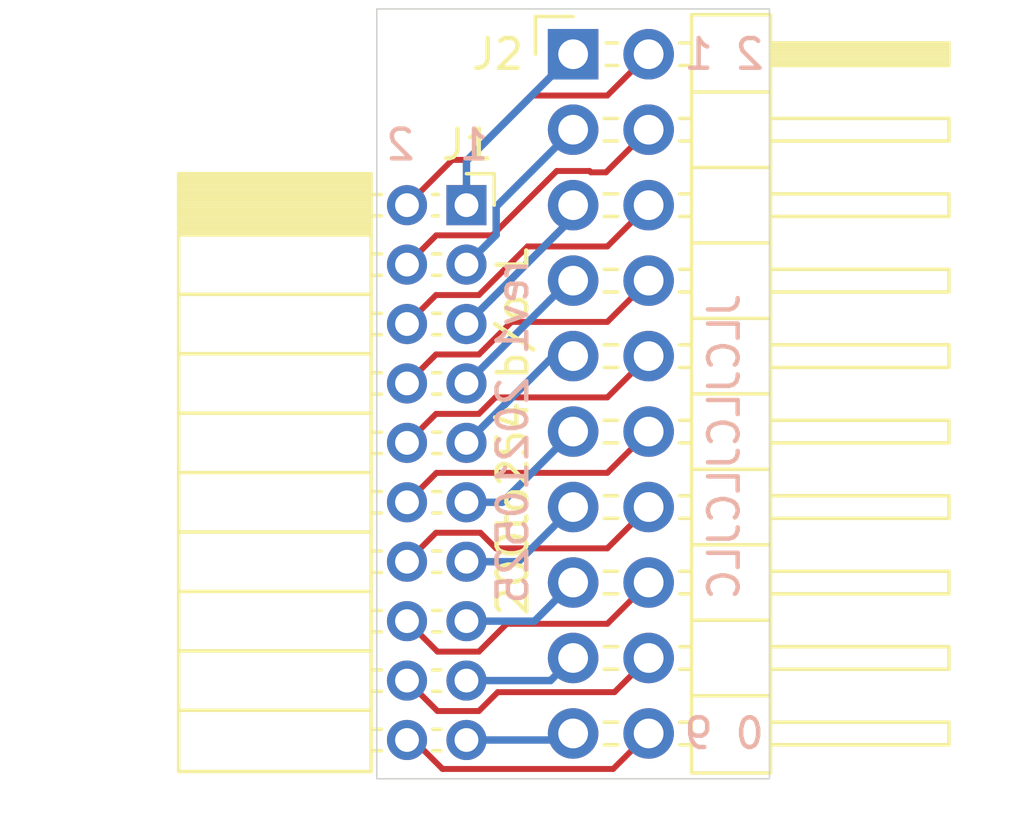
<source format=kicad_pcb>
(kicad_pcb (version 20171130) (host pcbnew 5.1.10)

  (general
    (thickness 1.6)
    (drawings 10)
    (tracks 70)
    (zones 0)
    (modules 2)
    (nets 19)
  )

  (page A4)
  (layers
    (0 F.Cu signal)
    (31 B.Cu signal)
    (32 B.Adhes user)
    (33 F.Adhes user)
    (34 B.Paste user)
    (35 F.Paste user)
    (36 B.SilkS user)
    (37 F.SilkS user)
    (38 B.Mask user)
    (39 F.Mask user)
    (40 Dwgs.User user)
    (41 Cmts.User user)
    (42 Eco1.User user)
    (43 Eco2.User user)
    (44 Edge.Cuts user)
    (45 Margin user)
    (46 B.CrtYd user)
    (47 F.CrtYd user)
    (48 B.Fab user)
    (49 F.Fab user)
  )

  (setup
    (last_trace_width 0.2)
    (trace_clearance 0.2)
    (zone_clearance 0.508)
    (zone_45_only no)
    (trace_min 0.2)
    (via_size 0.8)
    (via_drill 0.4)
    (via_min_size 0.4)
    (via_min_drill 0.3)
    (uvia_size 0.3)
    (uvia_drill 0.1)
    (uvias_allowed no)
    (uvia_min_size 0.2)
    (uvia_min_drill 0.1)
    (edge_width 0.05)
    (segment_width 0.2)
    (pcb_text_width 0.3)
    (pcb_text_size 1.5 1.5)
    (mod_edge_width 0.12)
    (mod_text_size 1 1)
    (mod_text_width 0.15)
    (pad_size 1.524 1.524)
    (pad_drill 0.762)
    (pad_to_mask_clearance 0)
    (aux_axis_origin 0 0)
    (visible_elements FFFFFF7F)
    (pcbplotparams
      (layerselection 0x010fc_ffffffff)
      (usegerberextensions false)
      (usegerberattributes true)
      (usegerberadvancedattributes true)
      (creategerberjobfile true)
      (excludeedgelayer true)
      (linewidth 0.100000)
      (plotframeref false)
      (viasonmask true)
      (mode 1)
      (useauxorigin false)
      (hpglpennumber 1)
      (hpglpenspeed 20)
      (hpglpendiameter 15.000000)
      (psnegative false)
      (psa4output false)
      (plotreference true)
      (plotvalue true)
      (plotinvisibletext false)
      (padsonsilk false)
      (subtractmaskfromsilk false)
      (outputformat 1)
      (mirror false)
      (drillshape 0)
      (scaleselection 1)
      (outputdirectory "gerber/"))
  )

  (net 0 "")
  (net 1 +12V)
  (net 2 GND)
  (net 3 /D5)
  (net 4 /D6)
  (net 5 /D7)
  (net 6 /D8)
  (net 7 /D9)
  (net 8 /D10)
  (net 9 /D11)
  (net 10 /D12)
  (net 11 /D13)
  (net 12 /D14)
  (net 13 /D15)
  (net 14 /D16)
  (net 15 /D17)
  (net 16 /D18)
  (net 17 /D19)
  (net 18 /D20)

  (net_class Default "This is the default net class."
    (clearance 0.2)
    (trace_width 0.2)
    (via_dia 0.8)
    (via_drill 0.4)
    (uvia_dia 0.3)
    (uvia_drill 0.1)
    (add_net +12V)
    (add_net /D10)
    (add_net /D11)
    (add_net /D12)
    (add_net /D13)
    (add_net /D14)
    (add_net /D15)
    (add_net /D16)
    (add_net /D17)
    (add_net /D18)
    (add_net /D19)
    (add_net /D20)
    (add_net /D5)
    (add_net /D6)
    (add_net /D7)
    (add_net /D8)
    (add_net /D9)
    (add_net GND)
  )

  (module Connector_PinHeader_2.54mm:PinHeader_2x10_P2.54mm_Horizontal (layer F.Cu) (tedit 59FED5CB) (tstamp 60AD4E78)
    (at 134.112 39.624)
    (descr "Through hole angled pin header, 2x10, 2.54mm pitch, 6mm pin length, double rows")
    (tags "Through hole angled pin header THT 2x10 2.54mm double row")
    (path /60ACF9F2)
    (fp_text reference J2 (at -2.54 0) (layer F.SilkS)
      (effects (font (size 1 1) (thickness 0.15)))
    )
    (fp_text value Conn_02x10_Odd_Even (at 6.604 25.4) (layer F.Fab)
      (effects (font (size 1 1) (thickness 0.15)))
    )
    (fp_line (start 4.675 -1.27) (end 6.58 -1.27) (layer F.Fab) (width 0.1))
    (fp_line (start 6.58 -1.27) (end 6.58 24.13) (layer F.Fab) (width 0.1))
    (fp_line (start 6.58 24.13) (end 4.04 24.13) (layer F.Fab) (width 0.1))
    (fp_line (start 4.04 24.13) (end 4.04 -0.635) (layer F.Fab) (width 0.1))
    (fp_line (start 4.04 -0.635) (end 4.675 -1.27) (layer F.Fab) (width 0.1))
    (fp_line (start -0.32 -0.32) (end 4.04 -0.32) (layer F.Fab) (width 0.1))
    (fp_line (start -0.32 -0.32) (end -0.32 0.32) (layer F.Fab) (width 0.1))
    (fp_line (start -0.32 0.32) (end 4.04 0.32) (layer F.Fab) (width 0.1))
    (fp_line (start 6.58 -0.32) (end 12.58 -0.32) (layer F.Fab) (width 0.1))
    (fp_line (start 12.58 -0.32) (end 12.58 0.32) (layer F.Fab) (width 0.1))
    (fp_line (start 6.58 0.32) (end 12.58 0.32) (layer F.Fab) (width 0.1))
    (fp_line (start -0.32 2.22) (end 4.04 2.22) (layer F.Fab) (width 0.1))
    (fp_line (start -0.32 2.22) (end -0.32 2.86) (layer F.Fab) (width 0.1))
    (fp_line (start -0.32 2.86) (end 4.04 2.86) (layer F.Fab) (width 0.1))
    (fp_line (start 6.58 2.22) (end 12.58 2.22) (layer F.Fab) (width 0.1))
    (fp_line (start 12.58 2.22) (end 12.58 2.86) (layer F.Fab) (width 0.1))
    (fp_line (start 6.58 2.86) (end 12.58 2.86) (layer F.Fab) (width 0.1))
    (fp_line (start -0.32 4.76) (end 4.04 4.76) (layer F.Fab) (width 0.1))
    (fp_line (start -0.32 4.76) (end -0.32 5.4) (layer F.Fab) (width 0.1))
    (fp_line (start -0.32 5.4) (end 4.04 5.4) (layer F.Fab) (width 0.1))
    (fp_line (start 6.58 4.76) (end 12.58 4.76) (layer F.Fab) (width 0.1))
    (fp_line (start 12.58 4.76) (end 12.58 5.4) (layer F.Fab) (width 0.1))
    (fp_line (start 6.58 5.4) (end 12.58 5.4) (layer F.Fab) (width 0.1))
    (fp_line (start -0.32 7.3) (end 4.04 7.3) (layer F.Fab) (width 0.1))
    (fp_line (start -0.32 7.3) (end -0.32 7.94) (layer F.Fab) (width 0.1))
    (fp_line (start -0.32 7.94) (end 4.04 7.94) (layer F.Fab) (width 0.1))
    (fp_line (start 6.58 7.3) (end 12.58 7.3) (layer F.Fab) (width 0.1))
    (fp_line (start 12.58 7.3) (end 12.58 7.94) (layer F.Fab) (width 0.1))
    (fp_line (start 6.58 7.94) (end 12.58 7.94) (layer F.Fab) (width 0.1))
    (fp_line (start -0.32 9.84) (end 4.04 9.84) (layer F.Fab) (width 0.1))
    (fp_line (start -0.32 9.84) (end -0.32 10.48) (layer F.Fab) (width 0.1))
    (fp_line (start -0.32 10.48) (end 4.04 10.48) (layer F.Fab) (width 0.1))
    (fp_line (start 6.58 9.84) (end 12.58 9.84) (layer F.Fab) (width 0.1))
    (fp_line (start 12.58 9.84) (end 12.58 10.48) (layer F.Fab) (width 0.1))
    (fp_line (start 6.58 10.48) (end 12.58 10.48) (layer F.Fab) (width 0.1))
    (fp_line (start -0.32 12.38) (end 4.04 12.38) (layer F.Fab) (width 0.1))
    (fp_line (start -0.32 12.38) (end -0.32 13.02) (layer F.Fab) (width 0.1))
    (fp_line (start -0.32 13.02) (end 4.04 13.02) (layer F.Fab) (width 0.1))
    (fp_line (start 6.58 12.38) (end 12.58 12.38) (layer F.Fab) (width 0.1))
    (fp_line (start 12.58 12.38) (end 12.58 13.02) (layer F.Fab) (width 0.1))
    (fp_line (start 6.58 13.02) (end 12.58 13.02) (layer F.Fab) (width 0.1))
    (fp_line (start -0.32 14.92) (end 4.04 14.92) (layer F.Fab) (width 0.1))
    (fp_line (start -0.32 14.92) (end -0.32 15.56) (layer F.Fab) (width 0.1))
    (fp_line (start -0.32 15.56) (end 4.04 15.56) (layer F.Fab) (width 0.1))
    (fp_line (start 6.58 14.92) (end 12.58 14.92) (layer F.Fab) (width 0.1))
    (fp_line (start 12.58 14.92) (end 12.58 15.56) (layer F.Fab) (width 0.1))
    (fp_line (start 6.58 15.56) (end 12.58 15.56) (layer F.Fab) (width 0.1))
    (fp_line (start -0.32 17.46) (end 4.04 17.46) (layer F.Fab) (width 0.1))
    (fp_line (start -0.32 17.46) (end -0.32 18.1) (layer F.Fab) (width 0.1))
    (fp_line (start -0.32 18.1) (end 4.04 18.1) (layer F.Fab) (width 0.1))
    (fp_line (start 6.58 17.46) (end 12.58 17.46) (layer F.Fab) (width 0.1))
    (fp_line (start 12.58 17.46) (end 12.58 18.1) (layer F.Fab) (width 0.1))
    (fp_line (start 6.58 18.1) (end 12.58 18.1) (layer F.Fab) (width 0.1))
    (fp_line (start -0.32 20) (end 4.04 20) (layer F.Fab) (width 0.1))
    (fp_line (start -0.32 20) (end -0.32 20.64) (layer F.Fab) (width 0.1))
    (fp_line (start -0.32 20.64) (end 4.04 20.64) (layer F.Fab) (width 0.1))
    (fp_line (start 6.58 20) (end 12.58 20) (layer F.Fab) (width 0.1))
    (fp_line (start 12.58 20) (end 12.58 20.64) (layer F.Fab) (width 0.1))
    (fp_line (start 6.58 20.64) (end 12.58 20.64) (layer F.Fab) (width 0.1))
    (fp_line (start -0.32 22.54) (end 4.04 22.54) (layer F.Fab) (width 0.1))
    (fp_line (start -0.32 22.54) (end -0.32 23.18) (layer F.Fab) (width 0.1))
    (fp_line (start -0.32 23.18) (end 4.04 23.18) (layer F.Fab) (width 0.1))
    (fp_line (start 6.58 22.54) (end 12.58 22.54) (layer F.Fab) (width 0.1))
    (fp_line (start 12.58 22.54) (end 12.58 23.18) (layer F.Fab) (width 0.1))
    (fp_line (start 6.58 23.18) (end 12.58 23.18) (layer F.Fab) (width 0.1))
    (fp_line (start 3.98 -1.33) (end 3.98 24.19) (layer F.SilkS) (width 0.12))
    (fp_line (start 3.98 24.19) (end 6.64 24.19) (layer F.SilkS) (width 0.12))
    (fp_line (start 6.64 24.19) (end 6.64 -1.33) (layer F.SilkS) (width 0.12))
    (fp_line (start 6.64 -1.33) (end 3.98 -1.33) (layer F.SilkS) (width 0.12))
    (fp_line (start 6.64 -0.38) (end 12.64 -0.38) (layer F.SilkS) (width 0.12))
    (fp_line (start 12.64 -0.38) (end 12.64 0.38) (layer F.SilkS) (width 0.12))
    (fp_line (start 12.64 0.38) (end 6.64 0.38) (layer F.SilkS) (width 0.12))
    (fp_line (start 6.64 -0.32) (end 12.64 -0.32) (layer F.SilkS) (width 0.12))
    (fp_line (start 6.64 -0.2) (end 12.64 -0.2) (layer F.SilkS) (width 0.12))
    (fp_line (start 6.64 -0.08) (end 12.64 -0.08) (layer F.SilkS) (width 0.12))
    (fp_line (start 6.64 0.04) (end 12.64 0.04) (layer F.SilkS) (width 0.12))
    (fp_line (start 6.64 0.16) (end 12.64 0.16) (layer F.SilkS) (width 0.12))
    (fp_line (start 6.64 0.28) (end 12.64 0.28) (layer F.SilkS) (width 0.12))
    (fp_line (start 3.582929 -0.38) (end 3.98 -0.38) (layer F.SilkS) (width 0.12))
    (fp_line (start 3.582929 0.38) (end 3.98 0.38) (layer F.SilkS) (width 0.12))
    (fp_line (start 1.11 -0.38) (end 1.497071 -0.38) (layer F.SilkS) (width 0.12))
    (fp_line (start 1.11 0.38) (end 1.497071 0.38) (layer F.SilkS) (width 0.12))
    (fp_line (start 3.98 1.27) (end 6.64 1.27) (layer F.SilkS) (width 0.12))
    (fp_line (start 6.64 2.16) (end 12.64 2.16) (layer F.SilkS) (width 0.12))
    (fp_line (start 12.64 2.16) (end 12.64 2.92) (layer F.SilkS) (width 0.12))
    (fp_line (start 12.64 2.92) (end 6.64 2.92) (layer F.SilkS) (width 0.12))
    (fp_line (start 3.582929 2.16) (end 3.98 2.16) (layer F.SilkS) (width 0.12))
    (fp_line (start 3.582929 2.92) (end 3.98 2.92) (layer F.SilkS) (width 0.12))
    (fp_line (start 1.042929 2.16) (end 1.497071 2.16) (layer F.SilkS) (width 0.12))
    (fp_line (start 1.042929 2.92) (end 1.497071 2.92) (layer F.SilkS) (width 0.12))
    (fp_line (start 3.98 3.81) (end 6.64 3.81) (layer F.SilkS) (width 0.12))
    (fp_line (start 6.64 4.7) (end 12.64 4.7) (layer F.SilkS) (width 0.12))
    (fp_line (start 12.64 4.7) (end 12.64 5.46) (layer F.SilkS) (width 0.12))
    (fp_line (start 12.64 5.46) (end 6.64 5.46) (layer F.SilkS) (width 0.12))
    (fp_line (start 3.582929 4.7) (end 3.98 4.7) (layer F.SilkS) (width 0.12))
    (fp_line (start 3.582929 5.46) (end 3.98 5.46) (layer F.SilkS) (width 0.12))
    (fp_line (start 1.042929 4.7) (end 1.497071 4.7) (layer F.SilkS) (width 0.12))
    (fp_line (start 1.042929 5.46) (end 1.497071 5.46) (layer F.SilkS) (width 0.12))
    (fp_line (start 3.98 6.35) (end 6.64 6.35) (layer F.SilkS) (width 0.12))
    (fp_line (start 6.64 7.24) (end 12.64 7.24) (layer F.SilkS) (width 0.12))
    (fp_line (start 12.64 7.24) (end 12.64 8) (layer F.SilkS) (width 0.12))
    (fp_line (start 12.64 8) (end 6.64 8) (layer F.SilkS) (width 0.12))
    (fp_line (start 3.582929 7.24) (end 3.98 7.24) (layer F.SilkS) (width 0.12))
    (fp_line (start 3.582929 8) (end 3.98 8) (layer F.SilkS) (width 0.12))
    (fp_line (start 1.042929 7.24) (end 1.497071 7.24) (layer F.SilkS) (width 0.12))
    (fp_line (start 1.042929 8) (end 1.497071 8) (layer F.SilkS) (width 0.12))
    (fp_line (start 3.98 8.89) (end 6.64 8.89) (layer F.SilkS) (width 0.12))
    (fp_line (start 6.64 9.78) (end 12.64 9.78) (layer F.SilkS) (width 0.12))
    (fp_line (start 12.64 9.78) (end 12.64 10.54) (layer F.SilkS) (width 0.12))
    (fp_line (start 12.64 10.54) (end 6.64 10.54) (layer F.SilkS) (width 0.12))
    (fp_line (start 3.582929 9.78) (end 3.98 9.78) (layer F.SilkS) (width 0.12))
    (fp_line (start 3.582929 10.54) (end 3.98 10.54) (layer F.SilkS) (width 0.12))
    (fp_line (start 1.042929 9.78) (end 1.497071 9.78) (layer F.SilkS) (width 0.12))
    (fp_line (start 1.042929 10.54) (end 1.497071 10.54) (layer F.SilkS) (width 0.12))
    (fp_line (start 3.98 11.43) (end 6.64 11.43) (layer F.SilkS) (width 0.12))
    (fp_line (start 6.64 12.32) (end 12.64 12.32) (layer F.SilkS) (width 0.12))
    (fp_line (start 12.64 12.32) (end 12.64 13.08) (layer F.SilkS) (width 0.12))
    (fp_line (start 12.64 13.08) (end 6.64 13.08) (layer F.SilkS) (width 0.12))
    (fp_line (start 3.582929 12.32) (end 3.98 12.32) (layer F.SilkS) (width 0.12))
    (fp_line (start 3.582929 13.08) (end 3.98 13.08) (layer F.SilkS) (width 0.12))
    (fp_line (start 1.042929 12.32) (end 1.497071 12.32) (layer F.SilkS) (width 0.12))
    (fp_line (start 1.042929 13.08) (end 1.497071 13.08) (layer F.SilkS) (width 0.12))
    (fp_line (start 3.98 13.97) (end 6.64 13.97) (layer F.SilkS) (width 0.12))
    (fp_line (start 6.64 14.86) (end 12.64 14.86) (layer F.SilkS) (width 0.12))
    (fp_line (start 12.64 14.86) (end 12.64 15.62) (layer F.SilkS) (width 0.12))
    (fp_line (start 12.64 15.62) (end 6.64 15.62) (layer F.SilkS) (width 0.12))
    (fp_line (start 3.582929 14.86) (end 3.98 14.86) (layer F.SilkS) (width 0.12))
    (fp_line (start 3.582929 15.62) (end 3.98 15.62) (layer F.SilkS) (width 0.12))
    (fp_line (start 1.042929 14.86) (end 1.497071 14.86) (layer F.SilkS) (width 0.12))
    (fp_line (start 1.042929 15.62) (end 1.497071 15.62) (layer F.SilkS) (width 0.12))
    (fp_line (start 3.98 16.51) (end 6.64 16.51) (layer F.SilkS) (width 0.12))
    (fp_line (start 6.64 17.4) (end 12.64 17.4) (layer F.SilkS) (width 0.12))
    (fp_line (start 12.64 17.4) (end 12.64 18.16) (layer F.SilkS) (width 0.12))
    (fp_line (start 12.64 18.16) (end 6.64 18.16) (layer F.SilkS) (width 0.12))
    (fp_line (start 3.582929 17.4) (end 3.98 17.4) (layer F.SilkS) (width 0.12))
    (fp_line (start 3.582929 18.16) (end 3.98 18.16) (layer F.SilkS) (width 0.12))
    (fp_line (start 1.042929 17.4) (end 1.497071 17.4) (layer F.SilkS) (width 0.12))
    (fp_line (start 1.042929 18.16) (end 1.497071 18.16) (layer F.SilkS) (width 0.12))
    (fp_line (start 3.98 19.05) (end 6.64 19.05) (layer F.SilkS) (width 0.12))
    (fp_line (start 6.64 19.94) (end 12.64 19.94) (layer F.SilkS) (width 0.12))
    (fp_line (start 12.64 19.94) (end 12.64 20.7) (layer F.SilkS) (width 0.12))
    (fp_line (start 12.64 20.7) (end 6.64 20.7) (layer F.SilkS) (width 0.12))
    (fp_line (start 3.582929 19.94) (end 3.98 19.94) (layer F.SilkS) (width 0.12))
    (fp_line (start 3.582929 20.7) (end 3.98 20.7) (layer F.SilkS) (width 0.12))
    (fp_line (start 1.042929 19.94) (end 1.497071 19.94) (layer F.SilkS) (width 0.12))
    (fp_line (start 1.042929 20.7) (end 1.497071 20.7) (layer F.SilkS) (width 0.12))
    (fp_line (start 3.98 21.59) (end 6.64 21.59) (layer F.SilkS) (width 0.12))
    (fp_line (start 6.64 22.48) (end 12.64 22.48) (layer F.SilkS) (width 0.12))
    (fp_line (start 12.64 22.48) (end 12.64 23.24) (layer F.SilkS) (width 0.12))
    (fp_line (start 12.64 23.24) (end 6.64 23.24) (layer F.SilkS) (width 0.12))
    (fp_line (start 3.582929 22.48) (end 3.98 22.48) (layer F.SilkS) (width 0.12))
    (fp_line (start 3.582929 23.24) (end 3.98 23.24) (layer F.SilkS) (width 0.12))
    (fp_line (start 1.042929 22.48) (end 1.497071 22.48) (layer F.SilkS) (width 0.12))
    (fp_line (start 1.042929 23.24) (end 1.497071 23.24) (layer F.SilkS) (width 0.12))
    (fp_line (start -1.27 0) (end -1.27 -1.27) (layer F.SilkS) (width 0.12))
    (fp_line (start -1.27 -1.27) (end 0 -1.27) (layer F.SilkS) (width 0.12))
    (fp_line (start -1.8 -1.8) (end -1.8 24.65) (layer F.CrtYd) (width 0.05))
    (fp_line (start -1.8 24.65) (end 13.1 24.65) (layer F.CrtYd) (width 0.05))
    (fp_line (start 13.1 24.65) (end 13.1 -1.8) (layer F.CrtYd) (width 0.05))
    (fp_line (start 13.1 -1.8) (end -1.8 -1.8) (layer F.CrtYd) (width 0.05))
    (fp_text user %R (at 5.08 11.176 90) (layer F.Fab)
      (effects (font (size 1 1) (thickness 0.15)))
    )
    (pad 1 thru_hole rect (at 0 0) (size 1.7 1.7) (drill 1) (layers *.Cu *.Mask)
      (net 1 +12V))
    (pad 2 thru_hole oval (at 2.54 0) (size 1.7 1.7) (drill 1) (layers *.Cu *.Mask)
      (net 1 +12V))
    (pad 3 thru_hole oval (at 0 2.54) (size 1.7 1.7) (drill 1) (layers *.Cu *.Mask)
      (net 2 GND))
    (pad 4 thru_hole oval (at 2.54 2.54) (size 1.7 1.7) (drill 1) (layers *.Cu *.Mask)
      (net 2 GND))
    (pad 5 thru_hole oval (at 0 5.08) (size 1.7 1.7) (drill 1) (layers *.Cu *.Mask)
      (net 3 /D5))
    (pad 6 thru_hole oval (at 2.54 5.08) (size 1.7 1.7) (drill 1) (layers *.Cu *.Mask)
      (net 4 /D6))
    (pad 7 thru_hole oval (at 0 7.62) (size 1.7 1.7) (drill 1) (layers *.Cu *.Mask)
      (net 5 /D7))
    (pad 8 thru_hole oval (at 2.54 7.62) (size 1.7 1.7) (drill 1) (layers *.Cu *.Mask)
      (net 6 /D8))
    (pad 9 thru_hole oval (at 0 10.16) (size 1.7 1.7) (drill 1) (layers *.Cu *.Mask)
      (net 7 /D9))
    (pad 10 thru_hole oval (at 2.54 10.16) (size 1.7 1.7) (drill 1) (layers *.Cu *.Mask)
      (net 8 /D10))
    (pad 11 thru_hole oval (at 0 12.7) (size 1.7 1.7) (drill 1) (layers *.Cu *.Mask)
      (net 9 /D11))
    (pad 12 thru_hole oval (at 2.54 12.7) (size 1.7 1.7) (drill 1) (layers *.Cu *.Mask)
      (net 10 /D12))
    (pad 13 thru_hole oval (at 0 15.24) (size 1.7 1.7) (drill 1) (layers *.Cu *.Mask)
      (net 11 /D13))
    (pad 14 thru_hole oval (at 2.54 15.24) (size 1.7 1.7) (drill 1) (layers *.Cu *.Mask)
      (net 12 /D14))
    (pad 15 thru_hole oval (at 0 17.78) (size 1.7 1.7) (drill 1) (layers *.Cu *.Mask)
      (net 13 /D15))
    (pad 16 thru_hole oval (at 2.54 17.78) (size 1.7 1.7) (drill 1) (layers *.Cu *.Mask)
      (net 14 /D16))
    (pad 17 thru_hole oval (at 0 20.32) (size 1.7 1.7) (drill 1) (layers *.Cu *.Mask)
      (net 15 /D17))
    (pad 18 thru_hole oval (at 2.54 20.32) (size 1.7 1.7) (drill 1) (layers *.Cu *.Mask)
      (net 16 /D18))
    (pad 19 thru_hole oval (at 0 22.86) (size 1.7 1.7) (drill 1) (layers *.Cu *.Mask)
      (net 17 /D19))
    (pad 20 thru_hole oval (at 2.54 22.86) (size 1.7 1.7) (drill 1) (layers *.Cu *.Mask)
      (net 18 /D20))
    (model ${KISYS3DMOD}/Connector_PinHeader_2.54mm.3dshapes/PinHeader_2x10_P2.54mm_Horizontal.wrl
      (at (xyz 0 0 0))
      (scale (xyz 1 1 1))
      (rotate (xyz 0 0 0))
    )
  )

  (module Connector_PinSocket_2.00mm:PinSocket_2x10_P2.00mm_Horizontal (layer F.Cu) (tedit 5A19A421) (tstamp 60AD4DC3)
    (at 130.524 44.704)
    (descr "Through hole angled socket strip, 2x10, 2.00mm pitch, 6.35mm socket length, double cols (from Kicad 4.0.7), script generated")
    (tags "Through hole angled socket strip THT 2x10 2.00mm double row")
    (path /60ACE88E)
    (fp_text reference J1 (at 0.032 -2.032) (layer F.SilkS)
      (effects (font (size 1 1) (thickness 0.15)))
    )
    (fp_text value Conn_02x10_Odd_Even (at -7.112 20.32) (layer F.Fab)
      (effects (font (size 1 1) (thickness 0.15)))
    )
    (fp_line (start -9.62 -1) (end -3.97 -1) (layer F.Fab) (width 0.1))
    (fp_line (start -3.97 -1) (end -3.27 -0.3) (layer F.Fab) (width 0.1))
    (fp_line (start -3.27 -0.3) (end -3.27 19) (layer F.Fab) (width 0.1))
    (fp_line (start -3.27 19) (end -9.62 19) (layer F.Fab) (width 0.1))
    (fp_line (start -9.62 19) (end -9.62 -1) (layer F.Fab) (width 0.1))
    (fp_line (start 0 -0.3) (end -3.27 -0.3) (layer F.Fab) (width 0.1))
    (fp_line (start -3.27 0.3) (end 0 0.3) (layer F.Fab) (width 0.1))
    (fp_line (start 0 0.3) (end 0 -0.3) (layer F.Fab) (width 0.1))
    (fp_line (start 0 1.7) (end -3.27 1.7) (layer F.Fab) (width 0.1))
    (fp_line (start -3.27 2.3) (end 0 2.3) (layer F.Fab) (width 0.1))
    (fp_line (start 0 2.3) (end 0 1.7) (layer F.Fab) (width 0.1))
    (fp_line (start 0 3.7) (end -3.27 3.7) (layer F.Fab) (width 0.1))
    (fp_line (start -3.27 4.3) (end 0 4.3) (layer F.Fab) (width 0.1))
    (fp_line (start 0 4.3) (end 0 3.7) (layer F.Fab) (width 0.1))
    (fp_line (start 0 5.7) (end -3.27 5.7) (layer F.Fab) (width 0.1))
    (fp_line (start -3.27 6.3) (end 0 6.3) (layer F.Fab) (width 0.1))
    (fp_line (start 0 6.3) (end 0 5.7) (layer F.Fab) (width 0.1))
    (fp_line (start 0 7.7) (end -3.27 7.7) (layer F.Fab) (width 0.1))
    (fp_line (start -3.27 8.3) (end 0 8.3) (layer F.Fab) (width 0.1))
    (fp_line (start 0 8.3) (end 0 7.7) (layer F.Fab) (width 0.1))
    (fp_line (start 0 9.7) (end -3.27 9.7) (layer F.Fab) (width 0.1))
    (fp_line (start -3.27 10.3) (end 0 10.3) (layer F.Fab) (width 0.1))
    (fp_line (start 0 10.3) (end 0 9.7) (layer F.Fab) (width 0.1))
    (fp_line (start 0 11.7) (end -3.27 11.7) (layer F.Fab) (width 0.1))
    (fp_line (start -3.27 12.3) (end 0 12.3) (layer F.Fab) (width 0.1))
    (fp_line (start 0 12.3) (end 0 11.7) (layer F.Fab) (width 0.1))
    (fp_line (start 0 13.7) (end -3.27 13.7) (layer F.Fab) (width 0.1))
    (fp_line (start -3.27 14.3) (end 0 14.3) (layer F.Fab) (width 0.1))
    (fp_line (start 0 14.3) (end 0 13.7) (layer F.Fab) (width 0.1))
    (fp_line (start 0 15.7) (end -3.27 15.7) (layer F.Fab) (width 0.1))
    (fp_line (start -3.27 16.3) (end 0 16.3) (layer F.Fab) (width 0.1))
    (fp_line (start 0 16.3) (end 0 15.7) (layer F.Fab) (width 0.1))
    (fp_line (start 0 17.7) (end -3.27 17.7) (layer F.Fab) (width 0.1))
    (fp_line (start -3.27 18.3) (end 0 18.3) (layer F.Fab) (width 0.1))
    (fp_line (start 0 18.3) (end 0 17.7) (layer F.Fab) (width 0.1))
    (fp_line (start -9.68 -0.94) (end -3.21 -0.94) (layer F.SilkS) (width 0.12))
    (fp_line (start -9.68 -0.825882) (end -3.21 -0.825882) (layer F.SilkS) (width 0.12))
    (fp_line (start -9.68 -0.711764) (end -3.21 -0.711764) (layer F.SilkS) (width 0.12))
    (fp_line (start -9.68 -0.597646) (end -3.21 -0.597646) (layer F.SilkS) (width 0.12))
    (fp_line (start -9.68 -0.483528) (end -3.21 -0.483528) (layer F.SilkS) (width 0.12))
    (fp_line (start -9.68 -0.36941) (end -3.21 -0.36941) (layer F.SilkS) (width 0.12))
    (fp_line (start -9.68 -0.255292) (end -3.21 -0.255292) (layer F.SilkS) (width 0.12))
    (fp_line (start -9.68 -0.141174) (end -3.21 -0.141174) (layer F.SilkS) (width 0.12))
    (fp_line (start -9.68 -0.027056) (end -3.21 -0.027056) (layer F.SilkS) (width 0.12))
    (fp_line (start -9.68 0.087062) (end -3.21 0.087062) (layer F.SilkS) (width 0.12))
    (fp_line (start -9.68 0.20118) (end -3.21 0.20118) (layer F.SilkS) (width 0.12))
    (fp_line (start -9.68 0.315298) (end -3.21 0.315298) (layer F.SilkS) (width 0.12))
    (fp_line (start -9.68 0.429416) (end -3.21 0.429416) (layer F.SilkS) (width 0.12))
    (fp_line (start -9.68 0.543534) (end -3.21 0.543534) (layer F.SilkS) (width 0.12))
    (fp_line (start -9.68 0.657652) (end -3.21 0.657652) (layer F.SilkS) (width 0.12))
    (fp_line (start -9.68 0.77177) (end -3.21 0.77177) (layer F.SilkS) (width 0.12))
    (fp_line (start -9.68 0.885888) (end -3.21 0.885888) (layer F.SilkS) (width 0.12))
    (fp_line (start -3.21 -0.36) (end -2.862917 -0.36) (layer F.SilkS) (width 0.12))
    (fp_line (start -1.137083 -0.36) (end -0.935 -0.36) (layer F.SilkS) (width 0.12))
    (fp_line (start -3.21 0.36) (end -2.862917 0.36) (layer F.SilkS) (width 0.12))
    (fp_line (start -1.137083 0.36) (end -0.935 0.36) (layer F.SilkS) (width 0.12))
    (fp_line (start -3.21 1.64) (end -2.862917 1.64) (layer F.SilkS) (width 0.12))
    (fp_line (start -1.137083 1.64) (end -0.862917 1.64) (layer F.SilkS) (width 0.12))
    (fp_line (start -3.21 2.36) (end -2.862917 2.36) (layer F.SilkS) (width 0.12))
    (fp_line (start -1.137083 2.36) (end -0.862917 2.36) (layer F.SilkS) (width 0.12))
    (fp_line (start -3.21 3.64) (end -2.862917 3.64) (layer F.SilkS) (width 0.12))
    (fp_line (start -1.137083 3.64) (end -0.862917 3.64) (layer F.SilkS) (width 0.12))
    (fp_line (start -3.21 4.36) (end -2.862917 4.36) (layer F.SilkS) (width 0.12))
    (fp_line (start -1.137083 4.36) (end -0.862917 4.36) (layer F.SilkS) (width 0.12))
    (fp_line (start -3.21 5.64) (end -2.862917 5.64) (layer F.SilkS) (width 0.12))
    (fp_line (start -1.137083 5.64) (end -0.862917 5.64) (layer F.SilkS) (width 0.12))
    (fp_line (start -3.21 6.36) (end -2.862917 6.36) (layer F.SilkS) (width 0.12))
    (fp_line (start -1.137083 6.36) (end -0.862917 6.36) (layer F.SilkS) (width 0.12))
    (fp_line (start -3.21 7.64) (end -2.862917 7.64) (layer F.SilkS) (width 0.12))
    (fp_line (start -1.137083 7.64) (end -0.862917 7.64) (layer F.SilkS) (width 0.12))
    (fp_line (start -3.21 8.36) (end -2.862917 8.36) (layer F.SilkS) (width 0.12))
    (fp_line (start -1.137083 8.36) (end -0.862917 8.36) (layer F.SilkS) (width 0.12))
    (fp_line (start -3.21 9.64) (end -2.862917 9.64) (layer F.SilkS) (width 0.12))
    (fp_line (start -1.137083 9.64) (end -0.862917 9.64) (layer F.SilkS) (width 0.12))
    (fp_line (start -3.21 10.36) (end -2.862917 10.36) (layer F.SilkS) (width 0.12))
    (fp_line (start -1.137083 10.36) (end -0.862917 10.36) (layer F.SilkS) (width 0.12))
    (fp_line (start -3.21 11.64) (end -2.862917 11.64) (layer F.SilkS) (width 0.12))
    (fp_line (start -1.137083 11.64) (end -0.862917 11.64) (layer F.SilkS) (width 0.12))
    (fp_line (start -3.21 12.36) (end -2.862917 12.36) (layer F.SilkS) (width 0.12))
    (fp_line (start -1.137083 12.36) (end -0.862917 12.36) (layer F.SilkS) (width 0.12))
    (fp_line (start -3.21 13.64) (end -2.862917 13.64) (layer F.SilkS) (width 0.12))
    (fp_line (start -1.137083 13.64) (end -0.862917 13.64) (layer F.SilkS) (width 0.12))
    (fp_line (start -3.21 14.36) (end -2.862917 14.36) (layer F.SilkS) (width 0.12))
    (fp_line (start -1.137083 14.36) (end -0.862917 14.36) (layer F.SilkS) (width 0.12))
    (fp_line (start -3.21 15.64) (end -2.862917 15.64) (layer F.SilkS) (width 0.12))
    (fp_line (start -1.137083 15.64) (end -0.862917 15.64) (layer F.SilkS) (width 0.12))
    (fp_line (start -3.21 16.36) (end -2.862917 16.36) (layer F.SilkS) (width 0.12))
    (fp_line (start -1.137083 16.36) (end -0.862917 16.36) (layer F.SilkS) (width 0.12))
    (fp_line (start -3.21 17.64) (end -2.862917 17.64) (layer F.SilkS) (width 0.12))
    (fp_line (start -1.137083 17.64) (end -0.862917 17.64) (layer F.SilkS) (width 0.12))
    (fp_line (start -3.21 18.36) (end -2.862917 18.36) (layer F.SilkS) (width 0.12))
    (fp_line (start -1.137083 18.36) (end -0.862917 18.36) (layer F.SilkS) (width 0.12))
    (fp_line (start -9.68 1) (end -3.21 1) (layer F.SilkS) (width 0.12))
    (fp_line (start -9.68 3) (end -3.21 3) (layer F.SilkS) (width 0.12))
    (fp_line (start -9.68 5) (end -3.21 5) (layer F.SilkS) (width 0.12))
    (fp_line (start -9.68 7) (end -3.21 7) (layer F.SilkS) (width 0.12))
    (fp_line (start -9.68 9) (end -3.21 9) (layer F.SilkS) (width 0.12))
    (fp_line (start -9.68 11) (end -3.21 11) (layer F.SilkS) (width 0.12))
    (fp_line (start -9.68 13) (end -3.21 13) (layer F.SilkS) (width 0.12))
    (fp_line (start -9.68 15) (end -3.21 15) (layer F.SilkS) (width 0.12))
    (fp_line (start -9.68 17) (end -3.21 17) (layer F.SilkS) (width 0.12))
    (fp_line (start -9.68 -1.06) (end -3.21 -1.06) (layer F.SilkS) (width 0.12))
    (fp_line (start -3.21 -1.06) (end -3.21 19.06) (layer F.SilkS) (width 0.12))
    (fp_line (start -9.68 19.06) (end -3.21 19.06) (layer F.SilkS) (width 0.12))
    (fp_line (start -9.68 -1.06) (end -9.68 19.06) (layer F.SilkS) (width 0.12))
    (fp_line (start 0.935 -1.06) (end 0.935 0) (layer F.SilkS) (width 0.12))
    (fp_line (start 0 -1.06) (end 0.935 -1.06) (layer F.SilkS) (width 0.12))
    (fp_line (start 1.5 -1.5) (end -10.15 -1.5) (layer F.CrtYd) (width 0.05))
    (fp_line (start -10.15 -1.5) (end -10.15 19.5) (layer F.CrtYd) (width 0.05))
    (fp_line (start -10.15 19.5) (end 1.5 19.5) (layer F.CrtYd) (width 0.05))
    (fp_line (start 1.5 19.5) (end 1.5 -1.5) (layer F.CrtYd) (width 0.05))
    (fp_text user %R (at 0.032 9.144 90) (layer F.Fab)
      (effects (font (size 1 1) (thickness 0.15)))
    )
    (pad 1 thru_hole rect (at 0 0) (size 1.35 1.35) (drill 0.8) (layers *.Cu *.Mask)
      (net 1 +12V))
    (pad 2 thru_hole oval (at -2 0) (size 1.35 1.35) (drill 0.8) (layers *.Cu *.Mask)
      (net 1 +12V))
    (pad 3 thru_hole oval (at 0 2) (size 1.35 1.35) (drill 0.8) (layers *.Cu *.Mask)
      (net 2 GND))
    (pad 4 thru_hole oval (at -2 2) (size 1.35 1.35) (drill 0.8) (layers *.Cu *.Mask)
      (net 2 GND))
    (pad 5 thru_hole oval (at 0 4) (size 1.35 1.35) (drill 0.8) (layers *.Cu *.Mask)
      (net 3 /D5))
    (pad 6 thru_hole oval (at -2 4) (size 1.35 1.35) (drill 0.8) (layers *.Cu *.Mask)
      (net 4 /D6))
    (pad 7 thru_hole oval (at 0 6) (size 1.35 1.35) (drill 0.8) (layers *.Cu *.Mask)
      (net 5 /D7))
    (pad 8 thru_hole oval (at -2 6) (size 1.35 1.35) (drill 0.8) (layers *.Cu *.Mask)
      (net 6 /D8))
    (pad 9 thru_hole oval (at 0 8) (size 1.35 1.35) (drill 0.8) (layers *.Cu *.Mask)
      (net 7 /D9))
    (pad 10 thru_hole oval (at -2 8) (size 1.35 1.35) (drill 0.8) (layers *.Cu *.Mask)
      (net 8 /D10))
    (pad 11 thru_hole oval (at 0 10) (size 1.35 1.35) (drill 0.8) (layers *.Cu *.Mask)
      (net 9 /D11))
    (pad 12 thru_hole oval (at -2 10) (size 1.35 1.35) (drill 0.8) (layers *.Cu *.Mask)
      (net 10 /D12))
    (pad 13 thru_hole oval (at 0 12) (size 1.35 1.35) (drill 0.8) (layers *.Cu *.Mask)
      (net 11 /D13))
    (pad 14 thru_hole oval (at -2 12) (size 1.35 1.35) (drill 0.8) (layers *.Cu *.Mask)
      (net 12 /D14))
    (pad 15 thru_hole oval (at 0 14) (size 1.35 1.35) (drill 0.8) (layers *.Cu *.Mask)
      (net 13 /D15))
    (pad 16 thru_hole oval (at -2 14) (size 1.35 1.35) (drill 0.8) (layers *.Cu *.Mask)
      (net 14 /D16))
    (pad 17 thru_hole oval (at 0 16) (size 1.35 1.35) (drill 0.8) (layers *.Cu *.Mask)
      (net 15 /D17))
    (pad 18 thru_hole oval (at -2 16) (size 1.35 1.35) (drill 0.8) (layers *.Cu *.Mask)
      (net 16 /D18))
    (pad 19 thru_hole oval (at 0 18) (size 1.35 1.35) (drill 0.8) (layers *.Cu *.Mask)
      (net 17 /D19))
    (pad 20 thru_hole oval (at -2 18) (size 1.35 1.35) (drill 0.8) (layers *.Cu *.Mask)
      (net 18 /D20))
    (model ${KISYS3DMOD}/Connector_PinSocket_2.00mm.3dshapes/PinSocket_2x10_P2.00mm_Horizontal.wrl
      (at (xyz 0 0 0))
      (scale (xyz 1 1 1))
      (rotate (xyz 0 0 0))
    )
  )

  (gr_text "1  2" (at 129.54 42.672) (layer B.SilkS) (tstamp 60AD5B04)
    (effects (font (size 1 1) (thickness 0.15)) (justify mirror))
  )
  (gr_line (start 140.716 64.008) (end 140.716 38.1) (layer Edge.Cuts) (width 0.05) (tstamp 60AD4F4F))
  (gr_line (start 127.508 64.008) (end 140.716 64.008) (layer Edge.Cuts) (width 0.05) (tstamp 60AD4F4B))
  (gr_text "200to254 b/o L" (at 132.08 52.324 90) (layer F.SilkS) (tstamp 60AD4F43)
    (effects (font (size 1 1) (thickness 0.15)))
  )
  (gr_text "0 9" (at 139.192 62.484) (layer B.SilkS) (tstamp 60AD4F31)
    (effects (font (size 1 1) (thickness 0.15)) (justify mirror))
  )
  (gr_text JLCJLCJLCJLC (at 139.192 52.832 90) (layer B.SilkS) (tstamp 60AD4E75)
    (effects (font (size 1 1) (thickness 0.15)) (justify mirror))
  )
  (gr_text "2 1" (at 139.192 39.624) (layer B.SilkS) (tstamp 60AD4E63)
    (effects (font (size 1 1) (thickness 0.15)) (justify mirror))
  )
  (gr_line (start 140.716 38.1) (end 127.508 38.1) (layer Edge.Cuts) (width 0.05) (tstamp 60AD4E5D))
  (gr_text "rev1 20210525" (at 132.08 52.324 90) (layer B.SilkS) (tstamp 60AD4E52)
    (effects (font (size 1 1) (thickness 0.15)) (justify mirror))
  )
  (gr_line (start 127.508 38.1) (end 127.508 64.008) (layer Edge.Cuts) (width 0.05) (tstamp 60AD4DC2))

  (segment (start 130.524 43.212) (end 134.112 39.624) (width 0.25) (layer B.Cu) (net 1))
  (segment (start 130.524 44.704) (end 130.524 43.212) (width 0.25) (layer B.Cu) (net 1))
  (segment (start 136.652 39.624) (end 135.262001 41.013999) (width 0.2) (layer F.Cu) (net 1))
  (segment (start 135.262001 41.013999) (end 132.722001 41.013999) (width 0.2) (layer F.Cu) (net 1))
  (segment (start 132.722001 41.013999) (end 130.556 43.18) (width 0.2) (layer F.Cu) (net 1))
  (segment (start 130.048 43.18) (end 128.524 44.704) (width 0.2) (layer F.Cu) (net 1))
  (segment (start 130.556 43.18) (end 130.048 43.18) (width 0.2) (layer F.Cu) (net 1))
  (segment (start 131.524001 44.751999) (end 134.112 42.164) (width 0.25) (layer B.Cu) (net 2))
  (segment (start 131.524001 45.703999) (end 131.524001 44.751999) (width 0.25) (layer B.Cu) (net 2))
  (segment (start 130.524 46.704) (end 131.524001 45.703999) (width 0.25) (layer B.Cu) (net 2))
  (segment (start 136.652 42.164) (end 135.217001 43.598999) (width 0.2) (layer F.Cu) (net 2))
  (segment (start 133.559999 43.553999) (end 131.393998 45.72) (width 0.2) (layer F.Cu) (net 2))
  (segment (start 134.664001 43.553999) (end 133.559999 43.553999) (width 0.2) (layer F.Cu) (net 2))
  (segment (start 134.709001 43.598999) (end 134.664001 43.553999) (width 0.2) (layer F.Cu) (net 2))
  (segment (start 135.217001 43.598999) (end 134.709001 43.598999) (width 0.2) (layer F.Cu) (net 2))
  (segment (start 129.508 45.72) (end 128.524 46.704) (width 0.2) (layer F.Cu) (net 2))
  (segment (start 131.393998 45.72) (end 129.508 45.72) (width 0.2) (layer F.Cu) (net 2))
  (segment (start 134.112 45.116) (end 134.112 44.704) (width 0.25) (layer B.Cu) (net 3))
  (segment (start 130.524 48.704) (end 134.112 45.116) (width 0.25) (layer B.Cu) (net 3))
  (segment (start 129.499001 47.728999) (end 128.524 48.704) (width 0.2) (layer F.Cu) (net 4))
  (segment (start 130.942003 47.728999) (end 129.499001 47.728999) (width 0.2) (layer F.Cu) (net 4))
  (segment (start 132.577003 46.093999) (end 130.942003 47.728999) (width 0.2) (layer F.Cu) (net 4))
  (segment (start 135.262001 46.093999) (end 132.577003 46.093999) (width 0.2) (layer F.Cu) (net 4))
  (segment (start 136.652 44.704) (end 135.262001 46.093999) (width 0.2) (layer F.Cu) (net 4))
  (segment (start 133.984 47.244) (end 134.112 47.244) (width 0.25) (layer B.Cu) (net 5))
  (segment (start 130.524 50.704) (end 133.984 47.244) (width 0.25) (layer B.Cu) (net 5))
  (segment (start 132.037003 48.633999) (end 130.942003 49.728999) (width 0.2) (layer F.Cu) (net 6))
  (segment (start 129.499001 49.728999) (end 128.524 50.704) (width 0.2) (layer F.Cu) (net 6))
  (segment (start 130.942003 49.728999) (end 129.499001 49.728999) (width 0.2) (layer F.Cu) (net 6))
  (segment (start 135.262001 48.633999) (end 132.037003 48.633999) (width 0.2) (layer F.Cu) (net 6))
  (segment (start 136.652 47.244) (end 135.262001 48.633999) (width 0.2) (layer F.Cu) (net 6))
  (segment (start 133.444 49.784) (end 134.112 49.784) (width 0.25) (layer B.Cu) (net 7))
  (segment (start 130.524 52.704) (end 133.444 49.784) (width 0.25) (layer B.Cu) (net 7))
  (segment (start 129.499001 51.728999) (end 128.524 52.704) (width 0.2) (layer F.Cu) (net 8))
  (segment (start 130.942003 51.728999) (end 129.499001 51.728999) (width 0.2) (layer F.Cu) (net 8))
  (segment (start 135.262001 51.173999) (end 131.497003 51.173999) (width 0.2) (layer F.Cu) (net 8))
  (segment (start 131.497003 51.173999) (end 130.942003 51.728999) (width 0.2) (layer F.Cu) (net 8))
  (segment (start 136.652 49.784) (end 135.262001 51.173999) (width 0.2) (layer F.Cu) (net 8))
  (segment (start 131.732 54.704) (end 134.112 52.324) (width 0.25) (layer B.Cu) (net 9))
  (segment (start 130.524 54.704) (end 131.732 54.704) (width 0.25) (layer B.Cu) (net 9))
  (segment (start 135.262001 53.713999) (end 129.514001 53.713999) (width 0.2) (layer F.Cu) (net 10))
  (segment (start 129.514001 53.713999) (end 128.524 54.704) (width 0.2) (layer F.Cu) (net 10))
  (segment (start 136.652 52.324) (end 135.262001 53.713999) (width 0.2) (layer F.Cu) (net 10))
  (segment (start 132.272 56.704) (end 134.112 54.864) (width 0.25) (layer B.Cu) (net 11))
  (segment (start 130.524 56.704) (end 132.272 56.704) (width 0.25) (layer B.Cu) (net 11))
  (segment (start 129.499001 55.728999) (end 128.524 56.704) (width 0.2) (layer F.Cu) (net 12))
  (segment (start 130.992001 55.728999) (end 129.499001 55.728999) (width 0.2) (layer F.Cu) (net 12))
  (segment (start 131.517001 56.253999) (end 130.992001 55.728999) (width 0.2) (layer F.Cu) (net 12))
  (segment (start 135.262001 56.253999) (end 131.517001 56.253999) (width 0.2) (layer F.Cu) (net 12))
  (segment (start 136.652 54.864) (end 135.262001 56.253999) (width 0.2) (layer F.Cu) (net 12))
  (segment (start 132.812 58.704) (end 134.112 57.404) (width 0.25) (layer B.Cu) (net 13))
  (segment (start 130.524 58.704) (end 132.812 58.704) (width 0.25) (layer B.Cu) (net 13))
  (segment (start 129.548999 59.728999) (end 128.524 58.704) (width 0.2) (layer F.Cu) (net 14))
  (segment (start 130.942003 59.728999) (end 129.548999 59.728999) (width 0.2) (layer F.Cu) (net 14))
  (segment (start 131.877003 58.793999) (end 130.942003 59.728999) (width 0.2) (layer F.Cu) (net 14))
  (segment (start 135.262001 58.793999) (end 131.877003 58.793999) (width 0.2) (layer F.Cu) (net 14))
  (segment (start 136.652 57.404) (end 135.262001 58.793999) (width 0.2) (layer F.Cu) (net 14))
  (segment (start 133.352 60.704) (end 134.112 59.944) (width 0.25) (layer B.Cu) (net 15))
  (segment (start 130.524 60.704) (end 133.352 60.704) (width 0.25) (layer B.Cu) (net 15))
  (segment (start 130.942003 61.728999) (end 129.548999 61.728999) (width 0.2) (layer F.Cu) (net 16))
  (segment (start 131.577001 61.094001) (end 130.942003 61.728999) (width 0.2) (layer F.Cu) (net 16))
  (segment (start 135.501999 61.094001) (end 131.577001 61.094001) (width 0.2) (layer F.Cu) (net 16))
  (segment (start 129.548999 61.728999) (end 128.524 60.704) (width 0.2) (layer F.Cu) (net 16))
  (segment (start 136.652 59.944) (end 135.501999 61.094001) (width 0.2) (layer F.Cu) (net 16))
  (segment (start 133.892 62.704) (end 134.112 62.484) (width 0.25) (layer B.Cu) (net 17))
  (segment (start 130.524 62.704) (end 133.892 62.704) (width 0.25) (layer B.Cu) (net 17))
  (segment (start 128.744 62.704) (end 128.524 62.704) (width 0.2) (layer F.Cu) (net 18))
  (segment (start 135.456999 63.679001) (end 129.719001 63.679001) (width 0.2) (layer F.Cu) (net 18))
  (segment (start 129.719001 63.679001) (end 128.744 62.704) (width 0.2) (layer F.Cu) (net 18))
  (segment (start 136.652 62.484) (end 135.456999 63.679001) (width 0.2) (layer F.Cu) (net 18))

)

</source>
